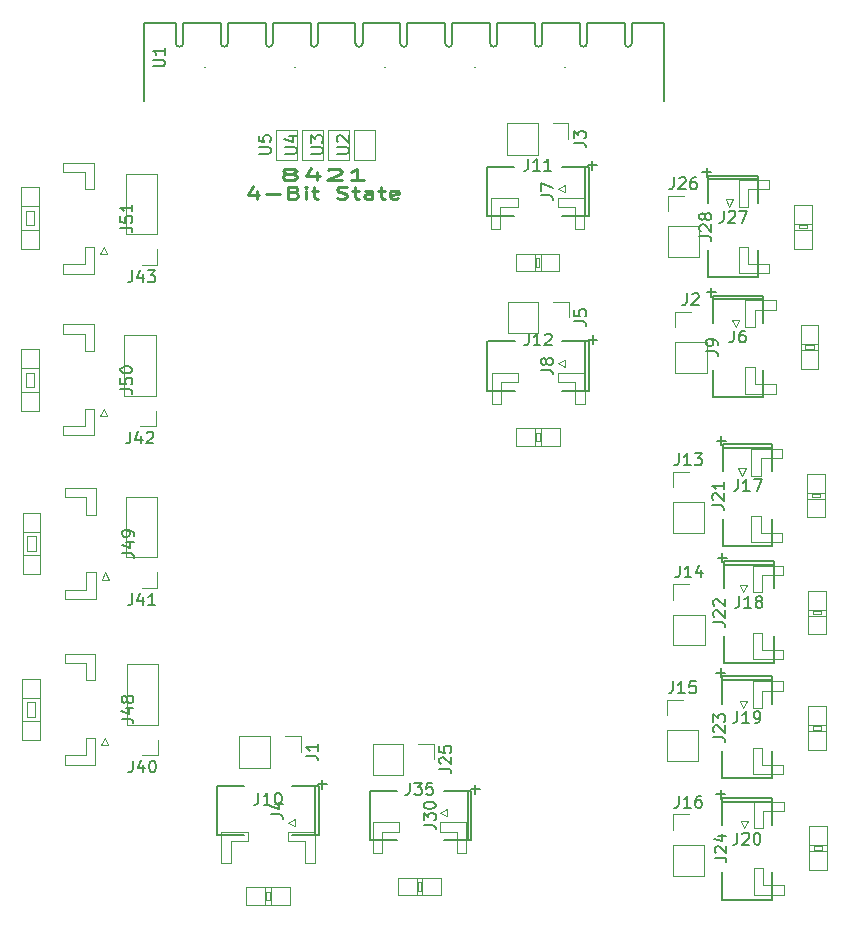
<source format=gbr>
G04 #@! TF.FileFunction,Legend,Top*
%FSLAX46Y46*%
G04 Gerber Fmt 4.6, Leading zero omitted, Abs format (unit mm)*
G04 Created by KiCad (PCBNEW 4.0.6) date 06/28/17 12:26:05*
%MOMM*%
%LPD*%
G01*
G04 APERTURE LIST*
%ADD10C,0.100000*%
%ADD11C,0.250000*%
%ADD12C,0.150000*%
%ADD13C,0.120000*%
G04 APERTURE END LIST*
D10*
D11*
X138902381Y-100480952D02*
X138711905Y-100433333D01*
X138616666Y-100385714D01*
X138521428Y-100290476D01*
X138521428Y-100242857D01*
X138616666Y-100147619D01*
X138711905Y-100100000D01*
X138902381Y-100052381D01*
X139283333Y-100052381D01*
X139473809Y-100100000D01*
X139569047Y-100147619D01*
X139664286Y-100242857D01*
X139664286Y-100290476D01*
X139569047Y-100385714D01*
X139473809Y-100433333D01*
X139283333Y-100480952D01*
X138902381Y-100480952D01*
X138711905Y-100528571D01*
X138616666Y-100576190D01*
X138521428Y-100671429D01*
X138521428Y-100861905D01*
X138616666Y-100957143D01*
X138711905Y-101004762D01*
X138902381Y-101052381D01*
X139283333Y-101052381D01*
X139473809Y-101004762D01*
X139569047Y-100957143D01*
X139664286Y-100861905D01*
X139664286Y-100671429D01*
X139569047Y-100576190D01*
X139473809Y-100528571D01*
X139283333Y-100480952D01*
X141378571Y-100385714D02*
X141378571Y-101052381D01*
X140902381Y-100004762D02*
X140426190Y-100719048D01*
X141664286Y-100719048D01*
X142330952Y-100147619D02*
X142426190Y-100100000D01*
X142616667Y-100052381D01*
X143092857Y-100052381D01*
X143283333Y-100100000D01*
X143378571Y-100147619D01*
X143473810Y-100242857D01*
X143473810Y-100338095D01*
X143378571Y-100480952D01*
X142235714Y-101052381D01*
X143473810Y-101052381D01*
X145378572Y-101052381D02*
X144235714Y-101052381D01*
X144807143Y-101052381D02*
X144807143Y-100052381D01*
X144616667Y-100195238D01*
X144426191Y-100290476D01*
X144235714Y-100338095D01*
X136307143Y-101935714D02*
X136307143Y-102602381D01*
X135950000Y-101554762D02*
X135592857Y-102269048D01*
X136521429Y-102269048D01*
X137092857Y-102221429D02*
X138235714Y-102221429D01*
X139450000Y-102078571D02*
X139664286Y-102126190D01*
X139735714Y-102173810D01*
X139807143Y-102269048D01*
X139807143Y-102411905D01*
X139735714Y-102507143D01*
X139664286Y-102554762D01*
X139521428Y-102602381D01*
X138950000Y-102602381D01*
X138950000Y-101602381D01*
X139450000Y-101602381D01*
X139592857Y-101650000D01*
X139664286Y-101697619D01*
X139735714Y-101792857D01*
X139735714Y-101888095D01*
X139664286Y-101983333D01*
X139592857Y-102030952D01*
X139450000Y-102078571D01*
X138950000Y-102078571D01*
X140450000Y-102602381D02*
X140450000Y-101935714D01*
X140450000Y-101602381D02*
X140378571Y-101650000D01*
X140450000Y-101697619D01*
X140521428Y-101650000D01*
X140450000Y-101602381D01*
X140450000Y-101697619D01*
X140950000Y-101935714D02*
X141521429Y-101935714D01*
X141164286Y-101602381D02*
X141164286Y-102459524D01*
X141235714Y-102554762D01*
X141378572Y-102602381D01*
X141521429Y-102602381D01*
X143092857Y-102554762D02*
X143307143Y-102602381D01*
X143664286Y-102602381D01*
X143807143Y-102554762D01*
X143878572Y-102507143D01*
X143950000Y-102411905D01*
X143950000Y-102316667D01*
X143878572Y-102221429D01*
X143807143Y-102173810D01*
X143664286Y-102126190D01*
X143378572Y-102078571D01*
X143235714Y-102030952D01*
X143164286Y-101983333D01*
X143092857Y-101888095D01*
X143092857Y-101792857D01*
X143164286Y-101697619D01*
X143235714Y-101650000D01*
X143378572Y-101602381D01*
X143735714Y-101602381D01*
X143950000Y-101650000D01*
X144378571Y-101935714D02*
X144950000Y-101935714D01*
X144592857Y-101602381D02*
X144592857Y-102459524D01*
X144664285Y-102554762D01*
X144807143Y-102602381D01*
X144950000Y-102602381D01*
X146092857Y-102602381D02*
X146092857Y-102078571D01*
X146021428Y-101983333D01*
X145878571Y-101935714D01*
X145592857Y-101935714D01*
X145450000Y-101983333D01*
X146092857Y-102554762D02*
X145950000Y-102602381D01*
X145592857Y-102602381D01*
X145450000Y-102554762D01*
X145378571Y-102459524D01*
X145378571Y-102364286D01*
X145450000Y-102269048D01*
X145592857Y-102221429D01*
X145950000Y-102221429D01*
X146092857Y-102173810D01*
X146592857Y-101935714D02*
X147164286Y-101935714D01*
X146807143Y-101602381D02*
X146807143Y-102459524D01*
X146878571Y-102554762D01*
X147021429Y-102602381D01*
X147164286Y-102602381D01*
X148235714Y-102554762D02*
X148092857Y-102602381D01*
X147807143Y-102602381D01*
X147664286Y-102554762D01*
X147592857Y-102459524D01*
X147592857Y-102078571D01*
X147664286Y-101983333D01*
X147807143Y-101935714D01*
X148092857Y-101935714D01*
X148235714Y-101983333D01*
X148307143Y-102078571D01*
X148307143Y-102173810D01*
X147592857Y-102269048D01*
D12*
X162350000Y-91450000D02*
X162350000Y-91450000D01*
X154750000Y-91450000D02*
X154750000Y-91450000D01*
X139550000Y-91450000D02*
X139550000Y-91450000D01*
X147150000Y-91450000D02*
X147150000Y-91450000D01*
X131950000Y-91450000D02*
X131950000Y-91450000D01*
X131950000Y-91450000D02*
X131950000Y-91450000D01*
X147150000Y-91450000D02*
X147150000Y-91450000D01*
X139550000Y-91450000D02*
X139550000Y-91450000D01*
X154750000Y-91450000D02*
X154750000Y-91450000D01*
X162350000Y-91450000D02*
X162350000Y-91450000D01*
X170750000Y-87750000D02*
X170750000Y-94350000D01*
X126750000Y-87750000D02*
X126750000Y-94350000D01*
X129450000Y-87750000D02*
X126750000Y-87750000D01*
X168050000Y-87750000D02*
X170750000Y-87750000D01*
X167750000Y-89750000D02*
G75*
G03X168050000Y-89450000I0J300000D01*
G01*
X167450000Y-89450000D02*
G75*
G03X167750000Y-89750000I300000J0D01*
G01*
X168050000Y-87750000D02*
X168050000Y-89450000D01*
X167450000Y-89450000D02*
X167450000Y-87750000D01*
X163650000Y-89450000D02*
X163650000Y-87750000D01*
X164250000Y-87750000D02*
X164250000Y-89450000D01*
X164250000Y-87750000D02*
X167450000Y-87750000D01*
X163650000Y-89450000D02*
G75*
G03X163950000Y-89750000I300000J0D01*
G01*
X163950000Y-89750000D02*
G75*
G03X164250000Y-89450000I0J300000D01*
G01*
X160150000Y-89750000D02*
G75*
G03X160450000Y-89450000I0J300000D01*
G01*
X159850000Y-89450000D02*
G75*
G03X160150000Y-89750000I300000J0D01*
G01*
X160450000Y-87750000D02*
X163650000Y-87750000D01*
X160450000Y-87750000D02*
X160450000Y-89450000D01*
X159850000Y-89450000D02*
X159850000Y-87750000D01*
X156050000Y-89450000D02*
X156050000Y-87750000D01*
X156650000Y-87750000D02*
X156650000Y-89450000D01*
X156650000Y-87750000D02*
X159850000Y-87750000D01*
X156050000Y-89450000D02*
G75*
G03X156350000Y-89750000I300000J0D01*
G01*
X156350000Y-89750000D02*
G75*
G03X156650000Y-89450000I0J300000D01*
G01*
X152550000Y-89750000D02*
G75*
G03X152850000Y-89450000I0J300000D01*
G01*
X152250000Y-89450000D02*
G75*
G03X152550000Y-89750000I300000J0D01*
G01*
X152850000Y-87750000D02*
X156050000Y-87750000D01*
X152850000Y-87750000D02*
X152850000Y-89450000D01*
X152250000Y-89450000D02*
X152250000Y-87750000D01*
X148450000Y-89450000D02*
X148450000Y-87750000D01*
X149050000Y-87750000D02*
X149050000Y-89450000D01*
X149050000Y-87750000D02*
X152250000Y-87750000D01*
X148450000Y-89450000D02*
G75*
G03X148750000Y-89750000I300000J0D01*
G01*
X148750000Y-89750000D02*
G75*
G03X149050000Y-89450000I0J300000D01*
G01*
X144950000Y-89750000D02*
G75*
G03X145250000Y-89450000I0J300000D01*
G01*
X144650000Y-89450000D02*
G75*
G03X144950000Y-89750000I300000J0D01*
G01*
X145250000Y-87750000D02*
X148450000Y-87750000D01*
X145250000Y-87750000D02*
X145250000Y-89450000D01*
X144650000Y-89450000D02*
X144650000Y-87750000D01*
X140850000Y-89450000D02*
X140850000Y-87750000D01*
X141450000Y-87750000D02*
X141450000Y-89450000D01*
X141450000Y-87750000D02*
X144650000Y-87750000D01*
X140850000Y-89450000D02*
G75*
G03X141150000Y-89750000I300000J0D01*
G01*
X141150000Y-89750000D02*
G75*
G03X141450000Y-89450000I0J300000D01*
G01*
X137350000Y-89750000D02*
G75*
G03X137650000Y-89450000I0J300000D01*
G01*
X137050000Y-89450000D02*
G75*
G03X137350000Y-89750000I300000J0D01*
G01*
X137650000Y-87750000D02*
X140850000Y-87750000D01*
X137650000Y-87750000D02*
X137650000Y-89450000D01*
X137050000Y-89450000D02*
X137050000Y-87750000D01*
X133550000Y-89750000D02*
G75*
G03X133850000Y-89450000I0J300000D01*
G01*
X133250000Y-89450000D02*
G75*
G03X133550000Y-89750000I300000J0D01*
G01*
X133850000Y-87750000D02*
X137050000Y-87750000D01*
X133850000Y-87750000D02*
X133850000Y-89450000D01*
X133250000Y-89450000D02*
X133250000Y-87750000D01*
X129450000Y-89450000D02*
X129450000Y-87750000D01*
X130050000Y-87750000D02*
X130050000Y-89450000D01*
X130050000Y-87750000D02*
X133250000Y-87750000D01*
X129450000Y-89450000D02*
G75*
G03X129750000Y-89750000I300000J0D01*
G01*
X129750000Y-89750000D02*
G75*
G03X130050000Y-89450000I0J300000D01*
G01*
D13*
X137430000Y-148120000D02*
X134830000Y-148120000D01*
X134830000Y-148120000D02*
X134830000Y-150780000D01*
X134830000Y-150780000D02*
X137430000Y-150780000D01*
X137430000Y-150780000D02*
X137430000Y-148120000D01*
X138700000Y-148120000D02*
X140030000Y-148120000D01*
X140030000Y-148120000D02*
X140030000Y-149450000D01*
X171720000Y-114770000D02*
X171720000Y-117370000D01*
X171720000Y-117370000D02*
X174380000Y-117370000D01*
X174380000Y-117370000D02*
X174380000Y-114770000D01*
X174380000Y-114770000D02*
X171720000Y-114770000D01*
X171720000Y-113500000D02*
X171720000Y-112170000D01*
X171720000Y-112170000D02*
X173050000Y-112170000D01*
X160080000Y-96220000D02*
X157480000Y-96220000D01*
X157480000Y-96220000D02*
X157480000Y-98880000D01*
X157480000Y-98880000D02*
X160080000Y-98880000D01*
X160080000Y-98880000D02*
X160080000Y-96220000D01*
X161350000Y-96220000D02*
X162680000Y-96220000D01*
X162680000Y-96220000D02*
X162680000Y-97550000D01*
D12*
X141249560Y-156500580D02*
X141249560Y-152299420D01*
X141550220Y-156500580D02*
X141550220Y-152299420D01*
X132949780Y-156500580D02*
X132949780Y-152299420D01*
X135253560Y-152294340D02*
X132967560Y-152294340D01*
X132967560Y-156505660D02*
X135253560Y-156505660D01*
X139248980Y-156505660D02*
X141534980Y-156505660D01*
X141532440Y-152294340D02*
X139246440Y-152294340D01*
D13*
X160130000Y-111320000D02*
X157530000Y-111320000D01*
X157530000Y-111320000D02*
X157530000Y-113980000D01*
X157530000Y-113980000D02*
X160130000Y-113980000D01*
X160130000Y-113980000D02*
X160130000Y-111320000D01*
X161400000Y-111320000D02*
X162730000Y-111320000D01*
X162730000Y-111320000D02*
X162730000Y-112650000D01*
D12*
X179125580Y-111125440D02*
X174924420Y-111125440D01*
X179125580Y-110824780D02*
X174924420Y-110824780D01*
X179125580Y-119425220D02*
X174924420Y-119425220D01*
X174919340Y-117121440D02*
X174919340Y-119407440D01*
X179130660Y-119407440D02*
X179130660Y-117121440D01*
X179130660Y-113126020D02*
X179130660Y-110840020D01*
X174919340Y-110842560D02*
X174919340Y-113128560D01*
X164099560Y-104100580D02*
X164099560Y-99899420D01*
X164400220Y-104100580D02*
X164400220Y-99899420D01*
X155799780Y-104100580D02*
X155799780Y-99899420D01*
X158103560Y-99894340D02*
X155817560Y-99894340D01*
X155817560Y-104105660D02*
X158103560Y-104105660D01*
X162098980Y-104105660D02*
X164384980Y-104105660D01*
X164382440Y-99894340D02*
X162096440Y-99894340D01*
X164124560Y-118875580D02*
X164124560Y-114674420D01*
X164425220Y-118875580D02*
X164425220Y-114674420D01*
X155824780Y-118875580D02*
X155824780Y-114674420D01*
X158128560Y-114669340D02*
X155842560Y-114669340D01*
X155842560Y-118880660D02*
X158128560Y-118880660D01*
X162123980Y-118880660D02*
X164409980Y-118880660D01*
X164407440Y-114669340D02*
X162121440Y-114669340D01*
D13*
X176850000Y-113475000D02*
X176550000Y-112875000D01*
X176550000Y-112875000D02*
X177150000Y-112875000D01*
X177150000Y-112875000D02*
X176850000Y-113475000D01*
X177650000Y-116875000D02*
X177650000Y-119125000D01*
X177650000Y-119125000D02*
X180250000Y-119125000D01*
X180250000Y-119125000D02*
X180250000Y-118325000D01*
X180250000Y-118325000D02*
X178450000Y-118325000D01*
X178450000Y-118325000D02*
X178450000Y-116875000D01*
X178450000Y-116875000D02*
X177650000Y-116875000D01*
X177650000Y-113475000D02*
X177650000Y-111225000D01*
X177650000Y-111225000D02*
X180250000Y-111225000D01*
X180250000Y-111225000D02*
X180250000Y-112025000D01*
X180250000Y-112025000D02*
X178450000Y-112025000D01*
X178450000Y-112025000D02*
X178450000Y-113475000D01*
X178450000Y-113475000D02*
X177650000Y-113475000D01*
X182350000Y-117025000D02*
X183850000Y-117025000D01*
X183850000Y-117025000D02*
X183850000Y-113325000D01*
X183850000Y-113325000D02*
X182350000Y-113325000D01*
X182350000Y-113325000D02*
X182350000Y-117025000D01*
X182750000Y-115025000D02*
X183450000Y-115025000D01*
X183450000Y-115025000D02*
X183450000Y-115325000D01*
X183450000Y-115325000D02*
X182750000Y-115325000D01*
X182750000Y-115325000D02*
X182750000Y-115025000D01*
X182350000Y-115425000D02*
X183850000Y-115425000D01*
X182350000Y-114925000D02*
X183850000Y-114925000D01*
X138950000Y-155425000D02*
X139550000Y-155125000D01*
X139550000Y-155125000D02*
X139550000Y-155725000D01*
X139550000Y-155725000D02*
X138950000Y-155425000D01*
X135550000Y-156225000D02*
X133300000Y-156225000D01*
X133300000Y-156225000D02*
X133300000Y-158825000D01*
X133300000Y-158825000D02*
X134100000Y-158825000D01*
X134100000Y-158825000D02*
X134100000Y-157025000D01*
X134100000Y-157025000D02*
X135550000Y-157025000D01*
X135550000Y-157025000D02*
X135550000Y-156225000D01*
X138950000Y-156225000D02*
X141200000Y-156225000D01*
X141200000Y-156225000D02*
X141200000Y-158825000D01*
X141200000Y-158825000D02*
X140400000Y-158825000D01*
X140400000Y-158825000D02*
X140400000Y-157025000D01*
X140400000Y-157025000D02*
X138950000Y-157025000D01*
X138950000Y-157025000D02*
X138950000Y-156225000D01*
X135400000Y-160925000D02*
X135400000Y-162425000D01*
X135400000Y-162425000D02*
X139100000Y-162425000D01*
X139100000Y-162425000D02*
X139100000Y-160925000D01*
X139100000Y-160925000D02*
X135400000Y-160925000D01*
X137400000Y-161325000D02*
X137400000Y-162025000D01*
X137400000Y-162025000D02*
X137100000Y-162025000D01*
X137100000Y-162025000D02*
X137100000Y-161325000D01*
X137100000Y-161325000D02*
X137400000Y-161325000D01*
X137000000Y-160925000D02*
X137000000Y-162425000D01*
X137500000Y-160925000D02*
X137500000Y-162425000D01*
X161775000Y-101750000D02*
X162375000Y-101450000D01*
X162375000Y-101450000D02*
X162375000Y-102050000D01*
X162375000Y-102050000D02*
X161775000Y-101750000D01*
X158375000Y-102550000D02*
X156125000Y-102550000D01*
X156125000Y-102550000D02*
X156125000Y-105150000D01*
X156125000Y-105150000D02*
X156925000Y-105150000D01*
X156925000Y-105150000D02*
X156925000Y-103350000D01*
X156925000Y-103350000D02*
X158375000Y-103350000D01*
X158375000Y-103350000D02*
X158375000Y-102550000D01*
X161775000Y-102550000D02*
X164025000Y-102550000D01*
X164025000Y-102550000D02*
X164025000Y-105150000D01*
X164025000Y-105150000D02*
X163225000Y-105150000D01*
X163225000Y-105150000D02*
X163225000Y-103350000D01*
X163225000Y-103350000D02*
X161775000Y-103350000D01*
X161775000Y-103350000D02*
X161775000Y-102550000D01*
X158225000Y-107250000D02*
X158225000Y-108750000D01*
X158225000Y-108750000D02*
X161925000Y-108750000D01*
X161925000Y-108750000D02*
X161925000Y-107250000D01*
X161925000Y-107250000D02*
X158225000Y-107250000D01*
X160225000Y-107650000D02*
X160225000Y-108350000D01*
X160225000Y-108350000D02*
X159925000Y-108350000D01*
X159925000Y-108350000D02*
X159925000Y-107650000D01*
X159925000Y-107650000D02*
X160225000Y-107650000D01*
X159825000Y-107250000D02*
X159825000Y-108750000D01*
X160325000Y-107250000D02*
X160325000Y-108750000D01*
X161825000Y-116550000D02*
X162425000Y-116250000D01*
X162425000Y-116250000D02*
X162425000Y-116850000D01*
X162425000Y-116850000D02*
X161825000Y-116550000D01*
X158425000Y-117350000D02*
X156175000Y-117350000D01*
X156175000Y-117350000D02*
X156175000Y-119950000D01*
X156175000Y-119950000D02*
X156975000Y-119950000D01*
X156975000Y-119950000D02*
X156975000Y-118150000D01*
X156975000Y-118150000D02*
X158425000Y-118150000D01*
X158425000Y-118150000D02*
X158425000Y-117350000D01*
X161825000Y-117350000D02*
X164075000Y-117350000D01*
X164075000Y-117350000D02*
X164075000Y-119950000D01*
X164075000Y-119950000D02*
X163275000Y-119950000D01*
X163275000Y-119950000D02*
X163275000Y-118150000D01*
X163275000Y-118150000D02*
X161825000Y-118150000D01*
X161825000Y-118150000D02*
X161825000Y-117350000D01*
X158275000Y-122050000D02*
X158275000Y-123550000D01*
X158275000Y-123550000D02*
X161975000Y-123550000D01*
X161975000Y-123550000D02*
X161975000Y-122050000D01*
X161975000Y-122050000D02*
X158275000Y-122050000D01*
X160275000Y-122450000D02*
X160275000Y-123150000D01*
X160275000Y-123150000D02*
X159975000Y-123150000D01*
X159975000Y-123150000D02*
X159975000Y-122450000D01*
X159975000Y-122450000D02*
X160275000Y-122450000D01*
X159875000Y-122050000D02*
X159875000Y-123550000D01*
X160375000Y-122050000D02*
X160375000Y-123550000D01*
X171520000Y-128320000D02*
X171520000Y-130920000D01*
X171520000Y-130920000D02*
X174180000Y-130920000D01*
X174180000Y-130920000D02*
X174180000Y-128320000D01*
X174180000Y-128320000D02*
X171520000Y-128320000D01*
X171520000Y-127050000D02*
X171520000Y-125720000D01*
X171520000Y-125720000D02*
X172850000Y-125720000D01*
X171570000Y-137820000D02*
X171570000Y-140420000D01*
X171570000Y-140420000D02*
X174230000Y-140420000D01*
X174230000Y-140420000D02*
X174230000Y-137820000D01*
X174230000Y-137820000D02*
X171570000Y-137820000D01*
X171570000Y-136550000D02*
X171570000Y-135220000D01*
X171570000Y-135220000D02*
X172900000Y-135220000D01*
X171020000Y-147620000D02*
X171020000Y-150220000D01*
X171020000Y-150220000D02*
X173680000Y-150220000D01*
X173680000Y-150220000D02*
X173680000Y-147620000D01*
X173680000Y-147620000D02*
X171020000Y-147620000D01*
X171020000Y-146350000D02*
X171020000Y-145020000D01*
X171020000Y-145020000D02*
X172350000Y-145020000D01*
X171520000Y-157320000D02*
X171520000Y-159920000D01*
X171520000Y-159920000D02*
X174180000Y-159920000D01*
X174180000Y-159920000D02*
X174180000Y-157320000D01*
X174180000Y-157320000D02*
X171520000Y-157320000D01*
X171520000Y-156050000D02*
X171520000Y-154720000D01*
X171520000Y-154720000D02*
X172850000Y-154720000D01*
D12*
X179950580Y-123700440D02*
X175749420Y-123700440D01*
X179950580Y-123399780D02*
X175749420Y-123399780D01*
X179950580Y-132000220D02*
X175749420Y-132000220D01*
X175744340Y-129696440D02*
X175744340Y-131982440D01*
X179955660Y-131982440D02*
X179955660Y-129696440D01*
X179955660Y-125701020D02*
X179955660Y-123415020D01*
X175744340Y-123417560D02*
X175744340Y-125703560D01*
X180050580Y-133600440D02*
X175849420Y-133600440D01*
X180050580Y-133299780D02*
X175849420Y-133299780D01*
X180050580Y-141900220D02*
X175849420Y-141900220D01*
X175844340Y-139596440D02*
X175844340Y-141882440D01*
X180055660Y-141882440D02*
X180055660Y-139596440D01*
X180055660Y-135601020D02*
X180055660Y-133315020D01*
X175844340Y-133317560D02*
X175844340Y-135603560D01*
X179900580Y-143350440D02*
X175699420Y-143350440D01*
X179900580Y-143049780D02*
X175699420Y-143049780D01*
X179900580Y-151650220D02*
X175699420Y-151650220D01*
X175694340Y-149346440D02*
X175694340Y-151632440D01*
X179905660Y-151632440D02*
X179905660Y-149346440D01*
X179905660Y-145351020D02*
X179905660Y-143065020D01*
X175694340Y-143067560D02*
X175694340Y-145353560D01*
X179900580Y-153650440D02*
X175699420Y-153650440D01*
X179900580Y-153349780D02*
X175699420Y-153349780D01*
X179900580Y-161950220D02*
X175699420Y-161950220D01*
X175694340Y-159646440D02*
X175694340Y-161932440D01*
X179905660Y-161932440D02*
X179905660Y-159646440D01*
X179905660Y-155651020D02*
X179905660Y-153365020D01*
X175694340Y-153367560D02*
X175694340Y-155653560D01*
D13*
X177375000Y-126050000D02*
X177075000Y-125450000D01*
X177075000Y-125450000D02*
X177675000Y-125450000D01*
X177675000Y-125450000D02*
X177375000Y-126050000D01*
X178175000Y-129450000D02*
X178175000Y-131700000D01*
X178175000Y-131700000D02*
X180775000Y-131700000D01*
X180775000Y-131700000D02*
X180775000Y-130900000D01*
X180775000Y-130900000D02*
X178975000Y-130900000D01*
X178975000Y-130900000D02*
X178975000Y-129450000D01*
X178975000Y-129450000D02*
X178175000Y-129450000D01*
X178175000Y-126050000D02*
X178175000Y-123800000D01*
X178175000Y-123800000D02*
X180775000Y-123800000D01*
X180775000Y-123800000D02*
X180775000Y-124600000D01*
X180775000Y-124600000D02*
X178975000Y-124600000D01*
X178975000Y-124600000D02*
X178975000Y-126050000D01*
X178975000Y-126050000D02*
X178175000Y-126050000D01*
X182875000Y-129600000D02*
X184375000Y-129600000D01*
X184375000Y-129600000D02*
X184375000Y-125900000D01*
X184375000Y-125900000D02*
X182875000Y-125900000D01*
X182875000Y-125900000D02*
X182875000Y-129600000D01*
X183275000Y-127600000D02*
X183975000Y-127600000D01*
X183975000Y-127600000D02*
X183975000Y-127900000D01*
X183975000Y-127900000D02*
X183275000Y-127900000D01*
X183275000Y-127900000D02*
X183275000Y-127600000D01*
X182875000Y-128000000D02*
X184375000Y-128000000D01*
X182875000Y-127500000D02*
X184375000Y-127500000D01*
X177475000Y-135950000D02*
X177175000Y-135350000D01*
X177175000Y-135350000D02*
X177775000Y-135350000D01*
X177775000Y-135350000D02*
X177475000Y-135950000D01*
X178275000Y-139350000D02*
X178275000Y-141600000D01*
X178275000Y-141600000D02*
X180875000Y-141600000D01*
X180875000Y-141600000D02*
X180875000Y-140800000D01*
X180875000Y-140800000D02*
X179075000Y-140800000D01*
X179075000Y-140800000D02*
X179075000Y-139350000D01*
X179075000Y-139350000D02*
X178275000Y-139350000D01*
X178275000Y-135950000D02*
X178275000Y-133700000D01*
X178275000Y-133700000D02*
X180875000Y-133700000D01*
X180875000Y-133700000D02*
X180875000Y-134500000D01*
X180875000Y-134500000D02*
X179075000Y-134500000D01*
X179075000Y-134500000D02*
X179075000Y-135950000D01*
X179075000Y-135950000D02*
X178275000Y-135950000D01*
X182975000Y-139500000D02*
X184475000Y-139500000D01*
X184475000Y-139500000D02*
X184475000Y-135800000D01*
X184475000Y-135800000D02*
X182975000Y-135800000D01*
X182975000Y-135800000D02*
X182975000Y-139500000D01*
X183375000Y-137500000D02*
X184075000Y-137500000D01*
X184075000Y-137500000D02*
X184075000Y-137800000D01*
X184075000Y-137800000D02*
X183375000Y-137800000D01*
X183375000Y-137800000D02*
X183375000Y-137500000D01*
X182975000Y-137900000D02*
X184475000Y-137900000D01*
X182975000Y-137400000D02*
X184475000Y-137400000D01*
X177475000Y-145700000D02*
X177175000Y-145100000D01*
X177175000Y-145100000D02*
X177775000Y-145100000D01*
X177775000Y-145100000D02*
X177475000Y-145700000D01*
X178275000Y-149100000D02*
X178275000Y-151350000D01*
X178275000Y-151350000D02*
X180875000Y-151350000D01*
X180875000Y-151350000D02*
X180875000Y-150550000D01*
X180875000Y-150550000D02*
X179075000Y-150550000D01*
X179075000Y-150550000D02*
X179075000Y-149100000D01*
X179075000Y-149100000D02*
X178275000Y-149100000D01*
X178275000Y-145700000D02*
X178275000Y-143450000D01*
X178275000Y-143450000D02*
X180875000Y-143450000D01*
X180875000Y-143450000D02*
X180875000Y-144250000D01*
X180875000Y-144250000D02*
X179075000Y-144250000D01*
X179075000Y-144250000D02*
X179075000Y-145700000D01*
X179075000Y-145700000D02*
X178275000Y-145700000D01*
X182975000Y-149250000D02*
X184475000Y-149250000D01*
X184475000Y-149250000D02*
X184475000Y-145550000D01*
X184475000Y-145550000D02*
X182975000Y-145550000D01*
X182975000Y-145550000D02*
X182975000Y-149250000D01*
X183375000Y-147250000D02*
X184075000Y-147250000D01*
X184075000Y-147250000D02*
X184075000Y-147550000D01*
X184075000Y-147550000D02*
X183375000Y-147550000D01*
X183375000Y-147550000D02*
X183375000Y-147250000D01*
X182975000Y-147650000D02*
X184475000Y-147650000D01*
X182975000Y-147150000D02*
X184475000Y-147150000D01*
X177575000Y-155900000D02*
X177275000Y-155300000D01*
X177275000Y-155300000D02*
X177875000Y-155300000D01*
X177875000Y-155300000D02*
X177575000Y-155900000D01*
X178375000Y-159300000D02*
X178375000Y-161550000D01*
X178375000Y-161550000D02*
X180975000Y-161550000D01*
X180975000Y-161550000D02*
X180975000Y-160750000D01*
X180975000Y-160750000D02*
X179175000Y-160750000D01*
X179175000Y-160750000D02*
X179175000Y-159300000D01*
X179175000Y-159300000D02*
X178375000Y-159300000D01*
X178375000Y-155900000D02*
X178375000Y-153650000D01*
X178375000Y-153650000D02*
X180975000Y-153650000D01*
X180975000Y-153650000D02*
X180975000Y-154450000D01*
X180975000Y-154450000D02*
X179175000Y-154450000D01*
X179175000Y-154450000D02*
X179175000Y-155900000D01*
X179175000Y-155900000D02*
X178375000Y-155900000D01*
X183075000Y-159450000D02*
X184575000Y-159450000D01*
X184575000Y-159450000D02*
X184575000Y-155750000D01*
X184575000Y-155750000D02*
X183075000Y-155750000D01*
X183075000Y-155750000D02*
X183075000Y-159450000D01*
X183475000Y-157450000D02*
X184175000Y-157450000D01*
X184175000Y-157450000D02*
X184175000Y-157750000D01*
X184175000Y-157750000D02*
X183475000Y-157750000D01*
X183475000Y-157750000D02*
X183475000Y-157450000D01*
X183075000Y-157850000D02*
X184575000Y-157850000D01*
X183075000Y-157350000D02*
X184575000Y-157350000D01*
X148705000Y-148745000D02*
X146105000Y-148745000D01*
X146105000Y-148745000D02*
X146105000Y-151405000D01*
X146105000Y-151405000D02*
X148705000Y-151405000D01*
X148705000Y-151405000D02*
X148705000Y-148745000D01*
X149975000Y-148745000D02*
X151305000Y-148745000D01*
X151305000Y-148745000D02*
X151305000Y-150075000D01*
D12*
X154174560Y-156925580D02*
X154174560Y-152724420D01*
X154475220Y-156925580D02*
X154475220Y-152724420D01*
X145874780Y-156925580D02*
X145874780Y-152724420D01*
X148178560Y-152719340D02*
X145892560Y-152719340D01*
X145892560Y-156930660D02*
X148178560Y-156930660D01*
X152173980Y-156930660D02*
X154459980Y-156930660D01*
X154457440Y-152719340D02*
X152171440Y-152719340D01*
D13*
X151775000Y-154600000D02*
X152375000Y-154300000D01*
X152375000Y-154300000D02*
X152375000Y-154900000D01*
X152375000Y-154900000D02*
X151775000Y-154600000D01*
X148375000Y-155400000D02*
X146125000Y-155400000D01*
X146125000Y-155400000D02*
X146125000Y-158000000D01*
X146125000Y-158000000D02*
X146925000Y-158000000D01*
X146925000Y-158000000D02*
X146925000Y-156200000D01*
X146925000Y-156200000D02*
X148375000Y-156200000D01*
X148375000Y-156200000D02*
X148375000Y-155400000D01*
X151775000Y-155400000D02*
X154025000Y-155400000D01*
X154025000Y-155400000D02*
X154025000Y-158000000D01*
X154025000Y-158000000D02*
X153225000Y-158000000D01*
X153225000Y-158000000D02*
X153225000Y-156200000D01*
X153225000Y-156200000D02*
X151775000Y-156200000D01*
X151775000Y-156200000D02*
X151775000Y-155400000D01*
X148225000Y-160100000D02*
X148225000Y-161600000D01*
X148225000Y-161600000D02*
X151925000Y-161600000D01*
X151925000Y-161600000D02*
X151925000Y-160100000D01*
X151925000Y-160100000D02*
X148225000Y-160100000D01*
X150225000Y-160500000D02*
X150225000Y-161200000D01*
X150225000Y-161200000D02*
X149925000Y-161200000D01*
X149925000Y-161200000D02*
X149925000Y-160500000D01*
X149925000Y-160500000D02*
X150225000Y-160500000D01*
X149825000Y-160100000D02*
X149825000Y-161600000D01*
X150325000Y-160100000D02*
X150325000Y-161600000D01*
X127930000Y-147130000D02*
X127930000Y-141990000D01*
X127930000Y-141990000D02*
X125270000Y-141990000D01*
X125270000Y-141990000D02*
X125270000Y-147130000D01*
X125270000Y-147130000D02*
X127930000Y-147130000D01*
X127930000Y-148400000D02*
X127930000Y-149730000D01*
X127930000Y-149730000D02*
X126600000Y-149730000D01*
X127880000Y-132980000D02*
X127880000Y-127840000D01*
X127880000Y-127840000D02*
X125220000Y-127840000D01*
X125220000Y-127840000D02*
X125220000Y-132980000D01*
X125220000Y-132980000D02*
X127880000Y-132980000D01*
X127880000Y-134250000D02*
X127880000Y-135580000D01*
X127880000Y-135580000D02*
X126550000Y-135580000D01*
X127730000Y-119280000D02*
X127730000Y-114140000D01*
X127730000Y-114140000D02*
X125070000Y-114140000D01*
X125070000Y-114140000D02*
X125070000Y-119280000D01*
X125070000Y-119280000D02*
X127730000Y-119280000D01*
X127730000Y-120550000D02*
X127730000Y-121880000D01*
X127730000Y-121880000D02*
X126400000Y-121880000D01*
X127880000Y-105630000D02*
X127880000Y-100490000D01*
X127880000Y-100490000D02*
X125220000Y-100490000D01*
X125220000Y-100490000D02*
X125220000Y-105630000D01*
X125220000Y-105630000D02*
X127880000Y-105630000D01*
X127880000Y-106900000D02*
X127880000Y-108230000D01*
X127880000Y-108230000D02*
X126550000Y-108230000D01*
X123425000Y-148300000D02*
X123725000Y-148900000D01*
X123725000Y-148900000D02*
X123125000Y-148900000D01*
X123125000Y-148900000D02*
X123425000Y-148300000D01*
X122625000Y-143400000D02*
X122625000Y-141150000D01*
X122625000Y-141150000D02*
X120025000Y-141150000D01*
X120025000Y-141150000D02*
X120025000Y-141950000D01*
X120025000Y-141950000D02*
X121825000Y-141950000D01*
X121825000Y-141950000D02*
X121825000Y-143400000D01*
X121825000Y-143400000D02*
X122625000Y-143400000D01*
X122625000Y-148300000D02*
X122625000Y-150550000D01*
X122625000Y-150550000D02*
X120025000Y-150550000D01*
X120025000Y-150550000D02*
X120025000Y-149750000D01*
X120025000Y-149750000D02*
X121825000Y-149750000D01*
X121825000Y-149750000D02*
X121825000Y-148300000D01*
X121825000Y-148300000D02*
X122625000Y-148300000D01*
X117925000Y-143250000D02*
X116425000Y-143250000D01*
X116425000Y-143250000D02*
X116425000Y-148450000D01*
X116425000Y-148450000D02*
X117925000Y-148450000D01*
X117925000Y-148450000D02*
X117925000Y-143250000D01*
X117525000Y-145250000D02*
X116825000Y-145250000D01*
X116825000Y-145250000D02*
X116825000Y-146450000D01*
X116825000Y-146450000D02*
X117525000Y-146450000D01*
X117525000Y-146450000D02*
X117525000Y-145250000D01*
X117925000Y-144850000D02*
X116425000Y-144850000D01*
X117925000Y-146850000D02*
X116425000Y-146850000D01*
X123475000Y-134250000D02*
X123775000Y-134850000D01*
X123775000Y-134850000D02*
X123175000Y-134850000D01*
X123175000Y-134850000D02*
X123475000Y-134250000D01*
X122675000Y-129350000D02*
X122675000Y-127100000D01*
X122675000Y-127100000D02*
X120075000Y-127100000D01*
X120075000Y-127100000D02*
X120075000Y-127900000D01*
X120075000Y-127900000D02*
X121875000Y-127900000D01*
X121875000Y-127900000D02*
X121875000Y-129350000D01*
X121875000Y-129350000D02*
X122675000Y-129350000D01*
X122675000Y-134250000D02*
X122675000Y-136500000D01*
X122675000Y-136500000D02*
X120075000Y-136500000D01*
X120075000Y-136500000D02*
X120075000Y-135700000D01*
X120075000Y-135700000D02*
X121875000Y-135700000D01*
X121875000Y-135700000D02*
X121875000Y-134250000D01*
X121875000Y-134250000D02*
X122675000Y-134250000D01*
X117975000Y-129200000D02*
X116475000Y-129200000D01*
X116475000Y-129200000D02*
X116475000Y-134400000D01*
X116475000Y-134400000D02*
X117975000Y-134400000D01*
X117975000Y-134400000D02*
X117975000Y-129200000D01*
X117575000Y-131200000D02*
X116875000Y-131200000D01*
X116875000Y-131200000D02*
X116875000Y-132400000D01*
X116875000Y-132400000D02*
X117575000Y-132400000D01*
X117575000Y-132400000D02*
X117575000Y-131200000D01*
X117975000Y-130800000D02*
X116475000Y-130800000D01*
X117975000Y-132800000D02*
X116475000Y-132800000D01*
X123325000Y-120400000D02*
X123625000Y-121000000D01*
X123625000Y-121000000D02*
X123025000Y-121000000D01*
X123025000Y-121000000D02*
X123325000Y-120400000D01*
X122525000Y-115500000D02*
X122525000Y-113250000D01*
X122525000Y-113250000D02*
X119925000Y-113250000D01*
X119925000Y-113250000D02*
X119925000Y-114050000D01*
X119925000Y-114050000D02*
X121725000Y-114050000D01*
X121725000Y-114050000D02*
X121725000Y-115500000D01*
X121725000Y-115500000D02*
X122525000Y-115500000D01*
X122525000Y-120400000D02*
X122525000Y-122650000D01*
X122525000Y-122650000D02*
X119925000Y-122650000D01*
X119925000Y-122650000D02*
X119925000Y-121850000D01*
X119925000Y-121850000D02*
X121725000Y-121850000D01*
X121725000Y-121850000D02*
X121725000Y-120400000D01*
X121725000Y-120400000D02*
X122525000Y-120400000D01*
X117825000Y-115350000D02*
X116325000Y-115350000D01*
X116325000Y-115350000D02*
X116325000Y-120550000D01*
X116325000Y-120550000D02*
X117825000Y-120550000D01*
X117825000Y-120550000D02*
X117825000Y-115350000D01*
X117425000Y-117350000D02*
X116725000Y-117350000D01*
X116725000Y-117350000D02*
X116725000Y-118550000D01*
X116725000Y-118550000D02*
X117425000Y-118550000D01*
X117425000Y-118550000D02*
X117425000Y-117350000D01*
X117825000Y-116950000D02*
X116325000Y-116950000D01*
X117825000Y-118950000D02*
X116325000Y-118950000D01*
X123325000Y-106700000D02*
X123625000Y-107300000D01*
X123625000Y-107300000D02*
X123025000Y-107300000D01*
X123025000Y-107300000D02*
X123325000Y-106700000D01*
X122525000Y-101800000D02*
X122525000Y-99550000D01*
X122525000Y-99550000D02*
X119925000Y-99550000D01*
X119925000Y-99550000D02*
X119925000Y-100350000D01*
X119925000Y-100350000D02*
X121725000Y-100350000D01*
X121725000Y-100350000D02*
X121725000Y-101800000D01*
X121725000Y-101800000D02*
X122525000Y-101800000D01*
X122525000Y-106700000D02*
X122525000Y-108950000D01*
X122525000Y-108950000D02*
X119925000Y-108950000D01*
X119925000Y-108950000D02*
X119925000Y-108150000D01*
X119925000Y-108150000D02*
X121725000Y-108150000D01*
X121725000Y-108150000D02*
X121725000Y-106700000D01*
X121725000Y-106700000D02*
X122525000Y-106700000D01*
X117825000Y-101650000D02*
X116325000Y-101650000D01*
X116325000Y-101650000D02*
X116325000Y-106850000D01*
X116325000Y-106850000D02*
X117825000Y-106850000D01*
X117825000Y-106850000D02*
X117825000Y-101650000D01*
X117425000Y-103650000D02*
X116725000Y-103650000D01*
X116725000Y-103650000D02*
X116725000Y-104850000D01*
X116725000Y-104850000D02*
X117425000Y-104850000D01*
X117425000Y-104850000D02*
X117425000Y-103650000D01*
X117825000Y-103250000D02*
X116325000Y-103250000D01*
X117825000Y-105250000D02*
X116325000Y-105250000D01*
X146290000Y-99320000D02*
X146290000Y-96780000D01*
X144510000Y-96780000D02*
X144510000Y-99320000D01*
X144510000Y-96780000D02*
X146290000Y-96780000D01*
X146290000Y-99320000D02*
X144510000Y-99320000D01*
X144090000Y-99320000D02*
X144090000Y-96780000D01*
X142310000Y-96780000D02*
X142310000Y-99320000D01*
X142310000Y-96780000D02*
X144090000Y-96780000D01*
X144090000Y-99320000D02*
X142310000Y-99320000D01*
X141890000Y-99320000D02*
X141890000Y-96780000D01*
X140110000Y-96780000D02*
X140110000Y-99320000D01*
X140110000Y-96780000D02*
X141890000Y-96780000D01*
X141890000Y-99320000D02*
X140110000Y-99320000D01*
X139690000Y-99320000D02*
X139690000Y-96780000D01*
X137910000Y-96780000D02*
X137910000Y-99320000D01*
X137910000Y-96780000D02*
X139690000Y-96780000D01*
X139690000Y-99320000D02*
X137910000Y-99320000D01*
X171095000Y-104945000D02*
X171095000Y-107545000D01*
X171095000Y-107545000D02*
X173755000Y-107545000D01*
X173755000Y-107545000D02*
X173755000Y-104945000D01*
X173755000Y-104945000D02*
X171095000Y-104945000D01*
X171095000Y-103675000D02*
X171095000Y-102345000D01*
X171095000Y-102345000D02*
X172425000Y-102345000D01*
D12*
X178725580Y-100975440D02*
X174524420Y-100975440D01*
X178725580Y-100674780D02*
X174524420Y-100674780D01*
X178725580Y-109275220D02*
X174524420Y-109275220D01*
X174519340Y-106971440D02*
X174519340Y-109257440D01*
X178730660Y-109257440D02*
X178730660Y-106971440D01*
X178730660Y-102976020D02*
X178730660Y-100690020D01*
X174519340Y-100692560D02*
X174519340Y-102978560D01*
D13*
X176300000Y-103275000D02*
X176000000Y-102675000D01*
X176000000Y-102675000D02*
X176600000Y-102675000D01*
X176600000Y-102675000D02*
X176300000Y-103275000D01*
X177100000Y-106675000D02*
X177100000Y-108925000D01*
X177100000Y-108925000D02*
X179700000Y-108925000D01*
X179700000Y-108925000D02*
X179700000Y-108125000D01*
X179700000Y-108125000D02*
X177900000Y-108125000D01*
X177900000Y-108125000D02*
X177900000Y-106675000D01*
X177900000Y-106675000D02*
X177100000Y-106675000D01*
X177100000Y-103275000D02*
X177100000Y-101025000D01*
X177100000Y-101025000D02*
X179700000Y-101025000D01*
X179700000Y-101025000D02*
X179700000Y-101825000D01*
X179700000Y-101825000D02*
X177900000Y-101825000D01*
X177900000Y-101825000D02*
X177900000Y-103275000D01*
X177900000Y-103275000D02*
X177100000Y-103275000D01*
X181800000Y-106825000D02*
X183300000Y-106825000D01*
X183300000Y-106825000D02*
X183300000Y-103125000D01*
X183300000Y-103125000D02*
X181800000Y-103125000D01*
X181800000Y-103125000D02*
X181800000Y-106825000D01*
X182200000Y-104825000D02*
X182900000Y-104825000D01*
X182900000Y-104825000D02*
X182900000Y-105125000D01*
X182900000Y-105125000D02*
X182200000Y-105125000D01*
X182200000Y-105125000D02*
X182200000Y-104825000D01*
X181800000Y-105225000D02*
X183300000Y-105225000D01*
X181800000Y-104725000D02*
X183300000Y-104725000D01*
D12*
X127502381Y-91411905D02*
X128311905Y-91411905D01*
X128407143Y-91364286D01*
X128454762Y-91316667D01*
X128502381Y-91221429D01*
X128502381Y-91030952D01*
X128454762Y-90935714D01*
X128407143Y-90888095D01*
X128311905Y-90840476D01*
X127502381Y-90840476D01*
X128502381Y-89840476D02*
X128502381Y-90411905D01*
X128502381Y-90126191D02*
X127502381Y-90126191D01*
X127645238Y-90221429D01*
X127740476Y-90316667D01*
X127788095Y-90411905D01*
X140482381Y-149783333D02*
X141196667Y-149783333D01*
X141339524Y-149830953D01*
X141434762Y-149926191D01*
X141482381Y-150069048D01*
X141482381Y-150164286D01*
X141482381Y-148783333D02*
X141482381Y-149354762D01*
X141482381Y-149069048D02*
X140482381Y-149069048D01*
X140625238Y-149164286D01*
X140720476Y-149259524D01*
X140768095Y-149354762D01*
X172716667Y-110622381D02*
X172716667Y-111336667D01*
X172669047Y-111479524D01*
X172573809Y-111574762D01*
X172430952Y-111622381D01*
X172335714Y-111622381D01*
X173145238Y-110717619D02*
X173192857Y-110670000D01*
X173288095Y-110622381D01*
X173526191Y-110622381D01*
X173621429Y-110670000D01*
X173669048Y-110717619D01*
X173716667Y-110812857D01*
X173716667Y-110908095D01*
X173669048Y-111050952D01*
X173097619Y-111622381D01*
X173716667Y-111622381D01*
X163132381Y-97883333D02*
X163846667Y-97883333D01*
X163989524Y-97930953D01*
X164084762Y-98026191D01*
X164132381Y-98169048D01*
X164132381Y-98264286D01*
X163132381Y-97502381D02*
X163132381Y-96883333D01*
X163513333Y-97216667D01*
X163513333Y-97073809D01*
X163560952Y-96978571D01*
X163608571Y-96930952D01*
X163703810Y-96883333D01*
X163941905Y-96883333D01*
X164037143Y-96930952D01*
X164084762Y-96978571D01*
X164132381Y-97073809D01*
X164132381Y-97359524D01*
X164084762Y-97454762D01*
X164037143Y-97502381D01*
X137502481Y-154733333D02*
X138216767Y-154733333D01*
X138359624Y-154780953D01*
X138454862Y-154876191D01*
X138502481Y-155019048D01*
X138502481Y-155114286D01*
X137835814Y-153828571D02*
X138502481Y-153828571D01*
X137454862Y-154066667D02*
X138169148Y-154304762D01*
X138169148Y-153685714D01*
X141468988Y-152170189D02*
X142230893Y-152170189D01*
X141849941Y-152551141D02*
X141849941Y-151789236D01*
X163182381Y-112983333D02*
X163896667Y-112983333D01*
X164039524Y-113030953D01*
X164134762Y-113126191D01*
X164182381Y-113269048D01*
X164182381Y-113364286D01*
X163182381Y-112030952D02*
X163182381Y-112507143D01*
X163658571Y-112554762D01*
X163610952Y-112507143D01*
X163563333Y-112411905D01*
X163563333Y-112173809D01*
X163610952Y-112078571D01*
X163658571Y-112030952D01*
X163753810Y-111983333D01*
X163991905Y-111983333D01*
X164087143Y-112030952D01*
X164134762Y-112078571D01*
X164182381Y-112173809D01*
X164182381Y-112411905D01*
X164134762Y-112507143D01*
X164087143Y-112554762D01*
X176691667Y-113777281D02*
X176691667Y-114491567D01*
X176644047Y-114634424D01*
X176548809Y-114729662D01*
X176405952Y-114777281D01*
X176310714Y-114777281D01*
X177596429Y-113777281D02*
X177405952Y-113777281D01*
X177310714Y-113824900D01*
X177263095Y-113872519D01*
X177167857Y-114015376D01*
X177120238Y-114205852D01*
X177120238Y-114586805D01*
X177167857Y-114682043D01*
X177215476Y-114729662D01*
X177310714Y-114777281D01*
X177501191Y-114777281D01*
X177596429Y-114729662D01*
X177644048Y-114682043D01*
X177691667Y-114586805D01*
X177691667Y-114348710D01*
X177644048Y-114253471D01*
X177596429Y-114205852D01*
X177501191Y-114158233D01*
X177310714Y-114158233D01*
X177215476Y-114205852D01*
X177167857Y-114253471D01*
X177120238Y-114348710D01*
X174795189Y-110906012D02*
X174795189Y-110144107D01*
X175176141Y-110525059D02*
X174414236Y-110525059D01*
X160352481Y-102333333D02*
X161066767Y-102333333D01*
X161209624Y-102380953D01*
X161304862Y-102476191D01*
X161352481Y-102619048D01*
X161352481Y-102714286D01*
X160352481Y-101952381D02*
X160352481Y-101285714D01*
X161352481Y-101714286D01*
X164318988Y-99770189D02*
X165080893Y-99770189D01*
X164699941Y-100151141D02*
X164699941Y-99389236D01*
X160377481Y-117108333D02*
X161091767Y-117108333D01*
X161234624Y-117155953D01*
X161329862Y-117251191D01*
X161377481Y-117394048D01*
X161377481Y-117489286D01*
X160806052Y-116489286D02*
X160758433Y-116584524D01*
X160710814Y-116632143D01*
X160615576Y-116679762D01*
X160567957Y-116679762D01*
X160472719Y-116632143D01*
X160425100Y-116584524D01*
X160377481Y-116489286D01*
X160377481Y-116298809D01*
X160425100Y-116203571D01*
X160472719Y-116155952D01*
X160567957Y-116108333D01*
X160615576Y-116108333D01*
X160710814Y-116155952D01*
X160758433Y-116203571D01*
X160806052Y-116298809D01*
X160806052Y-116489286D01*
X160853671Y-116584524D01*
X160901290Y-116632143D01*
X160996529Y-116679762D01*
X161187005Y-116679762D01*
X161282243Y-116632143D01*
X161329862Y-116584524D01*
X161377481Y-116489286D01*
X161377481Y-116298809D01*
X161329862Y-116203571D01*
X161282243Y-116155952D01*
X161187005Y-116108333D01*
X160996529Y-116108333D01*
X160901290Y-116155952D01*
X160853671Y-116203571D01*
X160806052Y-116298809D01*
X164343988Y-114545189D02*
X165105893Y-114545189D01*
X164724941Y-114926141D02*
X164724941Y-114164236D01*
X174327381Y-115508333D02*
X175041667Y-115508333D01*
X175184524Y-115555953D01*
X175279762Y-115651191D01*
X175327381Y-115794048D01*
X175327381Y-115889286D01*
X175327381Y-114984524D02*
X175327381Y-114794048D01*
X175279762Y-114698809D01*
X175232143Y-114651190D01*
X175089286Y-114555952D01*
X174898810Y-114508333D01*
X174517857Y-114508333D01*
X174422619Y-114555952D01*
X174375000Y-114603571D01*
X174327381Y-114698809D01*
X174327381Y-114889286D01*
X174375000Y-114984524D01*
X174422619Y-115032143D01*
X174517857Y-115079762D01*
X174755952Y-115079762D01*
X174851190Y-115032143D01*
X174898810Y-114984524D01*
X174946429Y-114889286D01*
X174946429Y-114698809D01*
X174898810Y-114603571D01*
X174851190Y-114555952D01*
X174755952Y-114508333D01*
X136440477Y-152902381D02*
X136440477Y-153616667D01*
X136392857Y-153759524D01*
X136297619Y-153854762D01*
X136154762Y-153902381D01*
X136059524Y-153902381D01*
X137440477Y-153902381D02*
X136869048Y-153902381D01*
X137154762Y-153902381D02*
X137154762Y-152902381D01*
X137059524Y-153045238D01*
X136964286Y-153140476D01*
X136869048Y-153188095D01*
X138059524Y-152902381D02*
X138154763Y-152902381D01*
X138250001Y-152950000D01*
X138297620Y-152997619D01*
X138345239Y-153092857D01*
X138392858Y-153283333D01*
X138392858Y-153521429D01*
X138345239Y-153711905D01*
X138297620Y-153807143D01*
X138250001Y-153854762D01*
X138154763Y-153902381D01*
X138059524Y-153902381D01*
X137964286Y-153854762D01*
X137916667Y-153807143D01*
X137869048Y-153711905D01*
X137821429Y-153521429D01*
X137821429Y-153283333D01*
X137869048Y-153092857D01*
X137916667Y-152997619D01*
X137964286Y-152950000D01*
X138059524Y-152902381D01*
X159265477Y-99227381D02*
X159265477Y-99941667D01*
X159217857Y-100084524D01*
X159122619Y-100179762D01*
X158979762Y-100227381D01*
X158884524Y-100227381D01*
X160265477Y-100227381D02*
X159694048Y-100227381D01*
X159979762Y-100227381D02*
X159979762Y-99227381D01*
X159884524Y-99370238D01*
X159789286Y-99465476D01*
X159694048Y-99513095D01*
X161217858Y-100227381D02*
X160646429Y-100227381D01*
X160932143Y-100227381D02*
X160932143Y-99227381D01*
X160836905Y-99370238D01*
X160741667Y-99465476D01*
X160646429Y-99513095D01*
X159315477Y-114027381D02*
X159315477Y-114741667D01*
X159267857Y-114884524D01*
X159172619Y-114979762D01*
X159029762Y-115027381D01*
X158934524Y-115027381D01*
X160315477Y-115027381D02*
X159744048Y-115027381D01*
X160029762Y-115027381D02*
X160029762Y-114027381D01*
X159934524Y-114170238D01*
X159839286Y-114265476D01*
X159744048Y-114313095D01*
X160696429Y-114122619D02*
X160744048Y-114075000D01*
X160839286Y-114027381D01*
X161077382Y-114027381D01*
X161172620Y-114075000D01*
X161220239Y-114122619D01*
X161267858Y-114217857D01*
X161267858Y-114313095D01*
X161220239Y-114455952D01*
X160648810Y-115027381D01*
X161267858Y-115027381D01*
X172040477Y-124172381D02*
X172040477Y-124886667D01*
X171992857Y-125029524D01*
X171897619Y-125124762D01*
X171754762Y-125172381D01*
X171659524Y-125172381D01*
X173040477Y-125172381D02*
X172469048Y-125172381D01*
X172754762Y-125172381D02*
X172754762Y-124172381D01*
X172659524Y-124315238D01*
X172564286Y-124410476D01*
X172469048Y-124458095D01*
X173373810Y-124172381D02*
X173992858Y-124172381D01*
X173659524Y-124553333D01*
X173802382Y-124553333D01*
X173897620Y-124600952D01*
X173945239Y-124648571D01*
X173992858Y-124743810D01*
X173992858Y-124981905D01*
X173945239Y-125077143D01*
X173897620Y-125124762D01*
X173802382Y-125172381D01*
X173516667Y-125172381D01*
X173421429Y-125124762D01*
X173373810Y-125077143D01*
X172090477Y-133672381D02*
X172090477Y-134386667D01*
X172042857Y-134529524D01*
X171947619Y-134624762D01*
X171804762Y-134672381D01*
X171709524Y-134672381D01*
X173090477Y-134672381D02*
X172519048Y-134672381D01*
X172804762Y-134672381D02*
X172804762Y-133672381D01*
X172709524Y-133815238D01*
X172614286Y-133910476D01*
X172519048Y-133958095D01*
X173947620Y-134005714D02*
X173947620Y-134672381D01*
X173709524Y-133624762D02*
X173471429Y-134339048D01*
X174090477Y-134339048D01*
X171540477Y-143472381D02*
X171540477Y-144186667D01*
X171492857Y-144329524D01*
X171397619Y-144424762D01*
X171254762Y-144472381D01*
X171159524Y-144472381D01*
X172540477Y-144472381D02*
X171969048Y-144472381D01*
X172254762Y-144472381D02*
X172254762Y-143472381D01*
X172159524Y-143615238D01*
X172064286Y-143710476D01*
X171969048Y-143758095D01*
X173445239Y-143472381D02*
X172969048Y-143472381D01*
X172921429Y-143948571D01*
X172969048Y-143900952D01*
X173064286Y-143853333D01*
X173302382Y-143853333D01*
X173397620Y-143900952D01*
X173445239Y-143948571D01*
X173492858Y-144043810D01*
X173492858Y-144281905D01*
X173445239Y-144377143D01*
X173397620Y-144424762D01*
X173302382Y-144472381D01*
X173064286Y-144472381D01*
X172969048Y-144424762D01*
X172921429Y-144377143D01*
X172040477Y-153172381D02*
X172040477Y-153886667D01*
X171992857Y-154029524D01*
X171897619Y-154124762D01*
X171754762Y-154172381D01*
X171659524Y-154172381D01*
X173040477Y-154172381D02*
X172469048Y-154172381D01*
X172754762Y-154172381D02*
X172754762Y-153172381D01*
X172659524Y-153315238D01*
X172564286Y-153410476D01*
X172469048Y-153458095D01*
X173897620Y-153172381D02*
X173707143Y-153172381D01*
X173611905Y-153220000D01*
X173564286Y-153267619D01*
X173469048Y-153410476D01*
X173421429Y-153600952D01*
X173421429Y-153981905D01*
X173469048Y-154077143D01*
X173516667Y-154124762D01*
X173611905Y-154172381D01*
X173802382Y-154172381D01*
X173897620Y-154124762D01*
X173945239Y-154077143D01*
X173992858Y-153981905D01*
X173992858Y-153743810D01*
X173945239Y-153648571D01*
X173897620Y-153600952D01*
X173802382Y-153553333D01*
X173611905Y-153553333D01*
X173516667Y-153600952D01*
X173469048Y-153648571D01*
X173421429Y-153743810D01*
X177040477Y-126352281D02*
X177040477Y-127066567D01*
X176992857Y-127209424D01*
X176897619Y-127304662D01*
X176754762Y-127352281D01*
X176659524Y-127352281D01*
X178040477Y-127352281D02*
X177469048Y-127352281D01*
X177754762Y-127352281D02*
X177754762Y-126352281D01*
X177659524Y-126495138D01*
X177564286Y-126590376D01*
X177469048Y-126637995D01*
X178373810Y-126352281D02*
X179040477Y-126352281D01*
X178611905Y-127352281D01*
X175620189Y-123481012D02*
X175620189Y-122719107D01*
X176001141Y-123100059D02*
X175239236Y-123100059D01*
X177140477Y-136252281D02*
X177140477Y-136966567D01*
X177092857Y-137109424D01*
X176997619Y-137204662D01*
X176854762Y-137252281D01*
X176759524Y-137252281D01*
X178140477Y-137252281D02*
X177569048Y-137252281D01*
X177854762Y-137252281D02*
X177854762Y-136252281D01*
X177759524Y-136395138D01*
X177664286Y-136490376D01*
X177569048Y-136537995D01*
X178711905Y-136680852D02*
X178616667Y-136633233D01*
X178569048Y-136585614D01*
X178521429Y-136490376D01*
X178521429Y-136442757D01*
X178569048Y-136347519D01*
X178616667Y-136299900D01*
X178711905Y-136252281D01*
X178902382Y-136252281D01*
X178997620Y-136299900D01*
X179045239Y-136347519D01*
X179092858Y-136442757D01*
X179092858Y-136490376D01*
X179045239Y-136585614D01*
X178997620Y-136633233D01*
X178902382Y-136680852D01*
X178711905Y-136680852D01*
X178616667Y-136728471D01*
X178569048Y-136776090D01*
X178521429Y-136871329D01*
X178521429Y-137061805D01*
X178569048Y-137157043D01*
X178616667Y-137204662D01*
X178711905Y-137252281D01*
X178902382Y-137252281D01*
X178997620Y-137204662D01*
X179045239Y-137157043D01*
X179092858Y-137061805D01*
X179092858Y-136871329D01*
X179045239Y-136776090D01*
X178997620Y-136728471D01*
X178902382Y-136680852D01*
X175720189Y-133381012D02*
X175720189Y-132619107D01*
X176101141Y-133000059D02*
X175339236Y-133000059D01*
X176990477Y-146002281D02*
X176990477Y-146716567D01*
X176942857Y-146859424D01*
X176847619Y-146954662D01*
X176704762Y-147002281D01*
X176609524Y-147002281D01*
X177990477Y-147002281D02*
X177419048Y-147002281D01*
X177704762Y-147002281D02*
X177704762Y-146002281D01*
X177609524Y-146145138D01*
X177514286Y-146240376D01*
X177419048Y-146287995D01*
X178466667Y-147002281D02*
X178657143Y-147002281D01*
X178752382Y-146954662D01*
X178800001Y-146907043D01*
X178895239Y-146764186D01*
X178942858Y-146573710D01*
X178942858Y-146192757D01*
X178895239Y-146097519D01*
X178847620Y-146049900D01*
X178752382Y-146002281D01*
X178561905Y-146002281D01*
X178466667Y-146049900D01*
X178419048Y-146097519D01*
X178371429Y-146192757D01*
X178371429Y-146430852D01*
X178419048Y-146526090D01*
X178466667Y-146573710D01*
X178561905Y-146621329D01*
X178752382Y-146621329D01*
X178847620Y-146573710D01*
X178895239Y-146526090D01*
X178942858Y-146430852D01*
X175570189Y-143131012D02*
X175570189Y-142369107D01*
X175951141Y-142750059D02*
X175189236Y-142750059D01*
X176990477Y-156302281D02*
X176990477Y-157016567D01*
X176942857Y-157159424D01*
X176847619Y-157254662D01*
X176704762Y-157302281D01*
X176609524Y-157302281D01*
X177419048Y-156397519D02*
X177466667Y-156349900D01*
X177561905Y-156302281D01*
X177800001Y-156302281D01*
X177895239Y-156349900D01*
X177942858Y-156397519D01*
X177990477Y-156492757D01*
X177990477Y-156587995D01*
X177942858Y-156730852D01*
X177371429Y-157302281D01*
X177990477Y-157302281D01*
X178609524Y-156302281D02*
X178704763Y-156302281D01*
X178800001Y-156349900D01*
X178847620Y-156397519D01*
X178895239Y-156492757D01*
X178942858Y-156683233D01*
X178942858Y-156921329D01*
X178895239Y-157111805D01*
X178847620Y-157207043D01*
X178800001Y-157254662D01*
X178704763Y-157302281D01*
X178609524Y-157302281D01*
X178514286Y-157254662D01*
X178466667Y-157207043D01*
X178419048Y-157111805D01*
X178371429Y-156921329D01*
X178371429Y-156683233D01*
X178419048Y-156492757D01*
X178466667Y-156397519D01*
X178514286Y-156349900D01*
X178609524Y-156302281D01*
X175570189Y-153431012D02*
X175570189Y-152669107D01*
X175951141Y-153050059D02*
X175189236Y-153050059D01*
X174852381Y-128559523D02*
X175566667Y-128559523D01*
X175709524Y-128607143D01*
X175804762Y-128702381D01*
X175852381Y-128845238D01*
X175852381Y-128940476D01*
X174947619Y-128130952D02*
X174900000Y-128083333D01*
X174852381Y-127988095D01*
X174852381Y-127749999D01*
X174900000Y-127654761D01*
X174947619Y-127607142D01*
X175042857Y-127559523D01*
X175138095Y-127559523D01*
X175280952Y-127607142D01*
X175852381Y-128178571D01*
X175852381Y-127559523D01*
X175852381Y-126607142D02*
X175852381Y-127178571D01*
X175852381Y-126892857D02*
X174852381Y-126892857D01*
X174995238Y-126988095D01*
X175090476Y-127083333D01*
X175138095Y-127178571D01*
X174952381Y-138459523D02*
X175666667Y-138459523D01*
X175809524Y-138507143D01*
X175904762Y-138602381D01*
X175952381Y-138745238D01*
X175952381Y-138840476D01*
X175047619Y-138030952D02*
X175000000Y-137983333D01*
X174952381Y-137888095D01*
X174952381Y-137649999D01*
X175000000Y-137554761D01*
X175047619Y-137507142D01*
X175142857Y-137459523D01*
X175238095Y-137459523D01*
X175380952Y-137507142D01*
X175952381Y-138078571D01*
X175952381Y-137459523D01*
X175047619Y-137078571D02*
X175000000Y-137030952D01*
X174952381Y-136935714D01*
X174952381Y-136697618D01*
X175000000Y-136602380D01*
X175047619Y-136554761D01*
X175142857Y-136507142D01*
X175238095Y-136507142D01*
X175380952Y-136554761D01*
X175952381Y-137126190D01*
X175952381Y-136507142D01*
X174952381Y-148209523D02*
X175666667Y-148209523D01*
X175809524Y-148257143D01*
X175904762Y-148352381D01*
X175952381Y-148495238D01*
X175952381Y-148590476D01*
X175047619Y-147780952D02*
X175000000Y-147733333D01*
X174952381Y-147638095D01*
X174952381Y-147399999D01*
X175000000Y-147304761D01*
X175047619Y-147257142D01*
X175142857Y-147209523D01*
X175238095Y-147209523D01*
X175380952Y-147257142D01*
X175952381Y-147828571D01*
X175952381Y-147209523D01*
X174952381Y-146876190D02*
X174952381Y-146257142D01*
X175333333Y-146590476D01*
X175333333Y-146447618D01*
X175380952Y-146352380D01*
X175428571Y-146304761D01*
X175523810Y-146257142D01*
X175761905Y-146257142D01*
X175857143Y-146304761D01*
X175904762Y-146352380D01*
X175952381Y-146447618D01*
X175952381Y-146733333D01*
X175904762Y-146828571D01*
X175857143Y-146876190D01*
X175052381Y-158409523D02*
X175766667Y-158409523D01*
X175909524Y-158457143D01*
X176004762Y-158552381D01*
X176052381Y-158695238D01*
X176052381Y-158790476D01*
X175147619Y-157980952D02*
X175100000Y-157933333D01*
X175052381Y-157838095D01*
X175052381Y-157599999D01*
X175100000Y-157504761D01*
X175147619Y-157457142D01*
X175242857Y-157409523D01*
X175338095Y-157409523D01*
X175480952Y-157457142D01*
X176052381Y-158028571D01*
X176052381Y-157409523D01*
X175385714Y-156552380D02*
X176052381Y-156552380D01*
X175004762Y-156790476D02*
X175719048Y-157028571D01*
X175719048Y-156409523D01*
X151757381Y-150884523D02*
X152471667Y-150884523D01*
X152614524Y-150932143D01*
X152709762Y-151027381D01*
X152757381Y-151170238D01*
X152757381Y-151265476D01*
X151852619Y-150455952D02*
X151805000Y-150408333D01*
X151757381Y-150313095D01*
X151757381Y-150074999D01*
X151805000Y-149979761D01*
X151852619Y-149932142D01*
X151947857Y-149884523D01*
X152043095Y-149884523D01*
X152185952Y-149932142D01*
X152757381Y-150503571D01*
X152757381Y-149884523D01*
X151757381Y-148979761D02*
X151757381Y-149455952D01*
X152233571Y-149503571D01*
X152185952Y-149455952D01*
X152138333Y-149360714D01*
X152138333Y-149122618D01*
X152185952Y-149027380D01*
X152233571Y-148979761D01*
X152328810Y-148932142D01*
X152566905Y-148932142D01*
X152662143Y-148979761D01*
X152709762Y-149027380D01*
X152757381Y-149122618D01*
X152757381Y-149360714D01*
X152709762Y-149455952D01*
X152662143Y-149503571D01*
X150427481Y-155634523D02*
X151141767Y-155634523D01*
X151284624Y-155682143D01*
X151379862Y-155777381D01*
X151427481Y-155920238D01*
X151427481Y-156015476D01*
X150427481Y-155253571D02*
X150427481Y-154634523D01*
X150808433Y-154967857D01*
X150808433Y-154824999D01*
X150856052Y-154729761D01*
X150903671Y-154682142D01*
X150998910Y-154634523D01*
X151237005Y-154634523D01*
X151332243Y-154682142D01*
X151379862Y-154729761D01*
X151427481Y-154824999D01*
X151427481Y-155110714D01*
X151379862Y-155205952D01*
X151332243Y-155253571D01*
X150427481Y-154015476D02*
X150427481Y-153920237D01*
X150475100Y-153824999D01*
X150522719Y-153777380D01*
X150617957Y-153729761D01*
X150808433Y-153682142D01*
X151046529Y-153682142D01*
X151237005Y-153729761D01*
X151332243Y-153777380D01*
X151379862Y-153824999D01*
X151427481Y-153920237D01*
X151427481Y-154015476D01*
X151379862Y-154110714D01*
X151332243Y-154158333D01*
X151237005Y-154205952D01*
X151046529Y-154253571D01*
X150808433Y-154253571D01*
X150617957Y-154205952D01*
X150522719Y-154158333D01*
X150475100Y-154110714D01*
X150427481Y-154015476D01*
X154393988Y-152595189D02*
X155155893Y-152595189D01*
X154774941Y-152976141D02*
X154774941Y-152214236D01*
X149265477Y-152077381D02*
X149265477Y-152791667D01*
X149217857Y-152934524D01*
X149122619Y-153029762D01*
X148979762Y-153077381D01*
X148884524Y-153077381D01*
X149646429Y-152077381D02*
X150265477Y-152077381D01*
X149932143Y-152458333D01*
X150075001Y-152458333D01*
X150170239Y-152505952D01*
X150217858Y-152553571D01*
X150265477Y-152648810D01*
X150265477Y-152886905D01*
X150217858Y-152982143D01*
X150170239Y-153029762D01*
X150075001Y-153077381D01*
X149789286Y-153077381D01*
X149694048Y-153029762D01*
X149646429Y-152982143D01*
X151170239Y-152077381D02*
X150694048Y-152077381D01*
X150646429Y-152553571D01*
X150694048Y-152505952D01*
X150789286Y-152458333D01*
X151027382Y-152458333D01*
X151122620Y-152505952D01*
X151170239Y-152553571D01*
X151217858Y-152648810D01*
X151217858Y-152886905D01*
X151170239Y-152982143D01*
X151122620Y-153029762D01*
X151027382Y-153077381D01*
X150789286Y-153077381D01*
X150694048Y-153029762D01*
X150646429Y-152982143D01*
X125790477Y-150182381D02*
X125790477Y-150896667D01*
X125742857Y-151039524D01*
X125647619Y-151134762D01*
X125504762Y-151182381D01*
X125409524Y-151182381D01*
X126695239Y-150515714D02*
X126695239Y-151182381D01*
X126457143Y-150134762D02*
X126219048Y-150849048D01*
X126838096Y-150849048D01*
X127409524Y-150182381D02*
X127504763Y-150182381D01*
X127600001Y-150230000D01*
X127647620Y-150277619D01*
X127695239Y-150372857D01*
X127742858Y-150563333D01*
X127742858Y-150801429D01*
X127695239Y-150991905D01*
X127647620Y-151087143D01*
X127600001Y-151134762D01*
X127504763Y-151182381D01*
X127409524Y-151182381D01*
X127314286Y-151134762D01*
X127266667Y-151087143D01*
X127219048Y-150991905D01*
X127171429Y-150801429D01*
X127171429Y-150563333D01*
X127219048Y-150372857D01*
X127266667Y-150277619D01*
X127314286Y-150230000D01*
X127409524Y-150182381D01*
X125740477Y-136032381D02*
X125740477Y-136746667D01*
X125692857Y-136889524D01*
X125597619Y-136984762D01*
X125454762Y-137032381D01*
X125359524Y-137032381D01*
X126645239Y-136365714D02*
X126645239Y-137032381D01*
X126407143Y-135984762D02*
X126169048Y-136699048D01*
X126788096Y-136699048D01*
X127692858Y-137032381D02*
X127121429Y-137032381D01*
X127407143Y-137032381D02*
X127407143Y-136032381D01*
X127311905Y-136175238D01*
X127216667Y-136270476D01*
X127121429Y-136318095D01*
X125590477Y-122332381D02*
X125590477Y-123046667D01*
X125542857Y-123189524D01*
X125447619Y-123284762D01*
X125304762Y-123332381D01*
X125209524Y-123332381D01*
X126495239Y-122665714D02*
X126495239Y-123332381D01*
X126257143Y-122284762D02*
X126019048Y-122999048D01*
X126638096Y-122999048D01*
X126971429Y-122427619D02*
X127019048Y-122380000D01*
X127114286Y-122332381D01*
X127352382Y-122332381D01*
X127447620Y-122380000D01*
X127495239Y-122427619D01*
X127542858Y-122522857D01*
X127542858Y-122618095D01*
X127495239Y-122760952D01*
X126923810Y-123332381D01*
X127542858Y-123332381D01*
X125740477Y-108682381D02*
X125740477Y-109396667D01*
X125692857Y-109539524D01*
X125597619Y-109634762D01*
X125454762Y-109682381D01*
X125359524Y-109682381D01*
X126645239Y-109015714D02*
X126645239Y-109682381D01*
X126407143Y-108634762D02*
X126169048Y-109349048D01*
X126788096Y-109349048D01*
X127073810Y-108682381D02*
X127692858Y-108682381D01*
X127359524Y-109063333D01*
X127502382Y-109063333D01*
X127597620Y-109110952D01*
X127645239Y-109158571D01*
X127692858Y-109253810D01*
X127692858Y-109491905D01*
X127645239Y-109587143D01*
X127597620Y-109634762D01*
X127502382Y-109682381D01*
X127216667Y-109682381D01*
X127121429Y-109634762D01*
X127073810Y-109587143D01*
X124852381Y-146659523D02*
X125566667Y-146659523D01*
X125709524Y-146707143D01*
X125804762Y-146802381D01*
X125852381Y-146945238D01*
X125852381Y-147040476D01*
X125185714Y-145754761D02*
X125852381Y-145754761D01*
X124804762Y-145992857D02*
X125519048Y-146230952D01*
X125519048Y-145611904D01*
X125280952Y-145088095D02*
X125233333Y-145183333D01*
X125185714Y-145230952D01*
X125090476Y-145278571D01*
X125042857Y-145278571D01*
X124947619Y-145230952D01*
X124900000Y-145183333D01*
X124852381Y-145088095D01*
X124852381Y-144897618D01*
X124900000Y-144802380D01*
X124947619Y-144754761D01*
X125042857Y-144707142D01*
X125090476Y-144707142D01*
X125185714Y-144754761D01*
X125233333Y-144802380D01*
X125280952Y-144897618D01*
X125280952Y-145088095D01*
X125328571Y-145183333D01*
X125376190Y-145230952D01*
X125471429Y-145278571D01*
X125661905Y-145278571D01*
X125757143Y-145230952D01*
X125804762Y-145183333D01*
X125852381Y-145088095D01*
X125852381Y-144897618D01*
X125804762Y-144802380D01*
X125757143Y-144754761D01*
X125661905Y-144707142D01*
X125471429Y-144707142D01*
X125376190Y-144754761D01*
X125328571Y-144802380D01*
X125280952Y-144897618D01*
X124902381Y-132609523D02*
X125616667Y-132609523D01*
X125759524Y-132657143D01*
X125854762Y-132752381D01*
X125902381Y-132895238D01*
X125902381Y-132990476D01*
X125235714Y-131704761D02*
X125902381Y-131704761D01*
X124854762Y-131942857D02*
X125569048Y-132180952D01*
X125569048Y-131561904D01*
X125902381Y-131133333D02*
X125902381Y-130942857D01*
X125854762Y-130847618D01*
X125807143Y-130799999D01*
X125664286Y-130704761D01*
X125473810Y-130657142D01*
X125092857Y-130657142D01*
X124997619Y-130704761D01*
X124950000Y-130752380D01*
X124902381Y-130847618D01*
X124902381Y-131038095D01*
X124950000Y-131133333D01*
X124997619Y-131180952D01*
X125092857Y-131228571D01*
X125330952Y-131228571D01*
X125426190Y-131180952D01*
X125473810Y-131133333D01*
X125521429Y-131038095D01*
X125521429Y-130847618D01*
X125473810Y-130752380D01*
X125426190Y-130704761D01*
X125330952Y-130657142D01*
X124752381Y-118759523D02*
X125466667Y-118759523D01*
X125609524Y-118807143D01*
X125704762Y-118902381D01*
X125752381Y-119045238D01*
X125752381Y-119140476D01*
X124752381Y-117807142D02*
X124752381Y-118283333D01*
X125228571Y-118330952D01*
X125180952Y-118283333D01*
X125133333Y-118188095D01*
X125133333Y-117949999D01*
X125180952Y-117854761D01*
X125228571Y-117807142D01*
X125323810Y-117759523D01*
X125561905Y-117759523D01*
X125657143Y-117807142D01*
X125704762Y-117854761D01*
X125752381Y-117949999D01*
X125752381Y-118188095D01*
X125704762Y-118283333D01*
X125657143Y-118330952D01*
X124752381Y-117140476D02*
X124752381Y-117045237D01*
X124800000Y-116949999D01*
X124847619Y-116902380D01*
X124942857Y-116854761D01*
X125133333Y-116807142D01*
X125371429Y-116807142D01*
X125561905Y-116854761D01*
X125657143Y-116902380D01*
X125704762Y-116949999D01*
X125752381Y-117045237D01*
X125752381Y-117140476D01*
X125704762Y-117235714D01*
X125657143Y-117283333D01*
X125561905Y-117330952D01*
X125371429Y-117378571D01*
X125133333Y-117378571D01*
X124942857Y-117330952D01*
X124847619Y-117283333D01*
X124800000Y-117235714D01*
X124752381Y-117140476D01*
X124752381Y-105059523D02*
X125466667Y-105059523D01*
X125609524Y-105107143D01*
X125704762Y-105202381D01*
X125752381Y-105345238D01*
X125752381Y-105440476D01*
X124752381Y-104107142D02*
X124752381Y-104583333D01*
X125228571Y-104630952D01*
X125180952Y-104583333D01*
X125133333Y-104488095D01*
X125133333Y-104249999D01*
X125180952Y-104154761D01*
X125228571Y-104107142D01*
X125323810Y-104059523D01*
X125561905Y-104059523D01*
X125657143Y-104107142D01*
X125704762Y-104154761D01*
X125752381Y-104249999D01*
X125752381Y-104488095D01*
X125704762Y-104583333D01*
X125657143Y-104630952D01*
X125752381Y-103107142D02*
X125752381Y-103678571D01*
X125752381Y-103392857D02*
X124752381Y-103392857D01*
X124895238Y-103488095D01*
X124990476Y-103583333D01*
X125038095Y-103678571D01*
X143072381Y-98811905D02*
X143881905Y-98811905D01*
X143977143Y-98764286D01*
X144024762Y-98716667D01*
X144072381Y-98621429D01*
X144072381Y-98430952D01*
X144024762Y-98335714D01*
X143977143Y-98288095D01*
X143881905Y-98240476D01*
X143072381Y-98240476D01*
X143167619Y-97811905D02*
X143120000Y-97764286D01*
X143072381Y-97669048D01*
X143072381Y-97430952D01*
X143120000Y-97335714D01*
X143167619Y-97288095D01*
X143262857Y-97240476D01*
X143358095Y-97240476D01*
X143500952Y-97288095D01*
X144072381Y-97859524D01*
X144072381Y-97240476D01*
X140872381Y-98811905D02*
X141681905Y-98811905D01*
X141777143Y-98764286D01*
X141824762Y-98716667D01*
X141872381Y-98621429D01*
X141872381Y-98430952D01*
X141824762Y-98335714D01*
X141777143Y-98288095D01*
X141681905Y-98240476D01*
X140872381Y-98240476D01*
X140872381Y-97859524D02*
X140872381Y-97240476D01*
X141253333Y-97573810D01*
X141253333Y-97430952D01*
X141300952Y-97335714D01*
X141348571Y-97288095D01*
X141443810Y-97240476D01*
X141681905Y-97240476D01*
X141777143Y-97288095D01*
X141824762Y-97335714D01*
X141872381Y-97430952D01*
X141872381Y-97716667D01*
X141824762Y-97811905D01*
X141777143Y-97859524D01*
X138672381Y-98811905D02*
X139481905Y-98811905D01*
X139577143Y-98764286D01*
X139624762Y-98716667D01*
X139672381Y-98621429D01*
X139672381Y-98430952D01*
X139624762Y-98335714D01*
X139577143Y-98288095D01*
X139481905Y-98240476D01*
X138672381Y-98240476D01*
X139005714Y-97335714D02*
X139672381Y-97335714D01*
X138624762Y-97573810D02*
X139339048Y-97811905D01*
X139339048Y-97192857D01*
X136472381Y-98811905D02*
X137281905Y-98811905D01*
X137377143Y-98764286D01*
X137424762Y-98716667D01*
X137472381Y-98621429D01*
X137472381Y-98430952D01*
X137424762Y-98335714D01*
X137377143Y-98288095D01*
X137281905Y-98240476D01*
X136472381Y-98240476D01*
X136472381Y-97288095D02*
X136472381Y-97764286D01*
X136948571Y-97811905D01*
X136900952Y-97764286D01*
X136853333Y-97669048D01*
X136853333Y-97430952D01*
X136900952Y-97335714D01*
X136948571Y-97288095D01*
X137043810Y-97240476D01*
X137281905Y-97240476D01*
X137377143Y-97288095D01*
X137424762Y-97335714D01*
X137472381Y-97430952D01*
X137472381Y-97669048D01*
X137424762Y-97764286D01*
X137377143Y-97811905D01*
X171615477Y-100797381D02*
X171615477Y-101511667D01*
X171567857Y-101654524D01*
X171472619Y-101749762D01*
X171329762Y-101797381D01*
X171234524Y-101797381D01*
X172044048Y-100892619D02*
X172091667Y-100845000D01*
X172186905Y-100797381D01*
X172425001Y-100797381D01*
X172520239Y-100845000D01*
X172567858Y-100892619D01*
X172615477Y-100987857D01*
X172615477Y-101083095D01*
X172567858Y-101225952D01*
X171996429Y-101797381D01*
X172615477Y-101797381D01*
X173472620Y-100797381D02*
X173282143Y-100797381D01*
X173186905Y-100845000D01*
X173139286Y-100892619D01*
X173044048Y-101035476D01*
X172996429Y-101225952D01*
X172996429Y-101606905D01*
X173044048Y-101702143D01*
X173091667Y-101749762D01*
X173186905Y-101797381D01*
X173377382Y-101797381D01*
X173472620Y-101749762D01*
X173520239Y-101702143D01*
X173567858Y-101606905D01*
X173567858Y-101368810D01*
X173520239Y-101273571D01*
X173472620Y-101225952D01*
X173377382Y-101178333D01*
X173186905Y-101178333D01*
X173091667Y-101225952D01*
X173044048Y-101273571D01*
X172996429Y-101368810D01*
X175815477Y-103627281D02*
X175815477Y-104341567D01*
X175767857Y-104484424D01*
X175672619Y-104579662D01*
X175529762Y-104627281D01*
X175434524Y-104627281D01*
X176244048Y-103722519D02*
X176291667Y-103674900D01*
X176386905Y-103627281D01*
X176625001Y-103627281D01*
X176720239Y-103674900D01*
X176767858Y-103722519D01*
X176815477Y-103817757D01*
X176815477Y-103912995D01*
X176767858Y-104055852D01*
X176196429Y-104627281D01*
X176815477Y-104627281D01*
X177148810Y-103627281D02*
X177815477Y-103627281D01*
X177386905Y-104627281D01*
X174395189Y-100756012D02*
X174395189Y-99994107D01*
X174776141Y-100375059D02*
X174014236Y-100375059D01*
X173777381Y-105784523D02*
X174491667Y-105784523D01*
X174634524Y-105832143D01*
X174729762Y-105927381D01*
X174777381Y-106070238D01*
X174777381Y-106165476D01*
X173872619Y-105355952D02*
X173825000Y-105308333D01*
X173777381Y-105213095D01*
X173777381Y-104974999D01*
X173825000Y-104879761D01*
X173872619Y-104832142D01*
X173967857Y-104784523D01*
X174063095Y-104784523D01*
X174205952Y-104832142D01*
X174777381Y-105403571D01*
X174777381Y-104784523D01*
X174205952Y-104213095D02*
X174158333Y-104308333D01*
X174110714Y-104355952D01*
X174015476Y-104403571D01*
X173967857Y-104403571D01*
X173872619Y-104355952D01*
X173825000Y-104308333D01*
X173777381Y-104213095D01*
X173777381Y-104022618D01*
X173825000Y-103927380D01*
X173872619Y-103879761D01*
X173967857Y-103832142D01*
X174015476Y-103832142D01*
X174110714Y-103879761D01*
X174158333Y-103927380D01*
X174205952Y-104022618D01*
X174205952Y-104213095D01*
X174253571Y-104308333D01*
X174301190Y-104355952D01*
X174396429Y-104403571D01*
X174586905Y-104403571D01*
X174682143Y-104355952D01*
X174729762Y-104308333D01*
X174777381Y-104213095D01*
X174777381Y-104022618D01*
X174729762Y-103927380D01*
X174682143Y-103879761D01*
X174586905Y-103832142D01*
X174396429Y-103832142D01*
X174301190Y-103879761D01*
X174253571Y-103927380D01*
X174205952Y-104022618D01*
M02*

</source>
